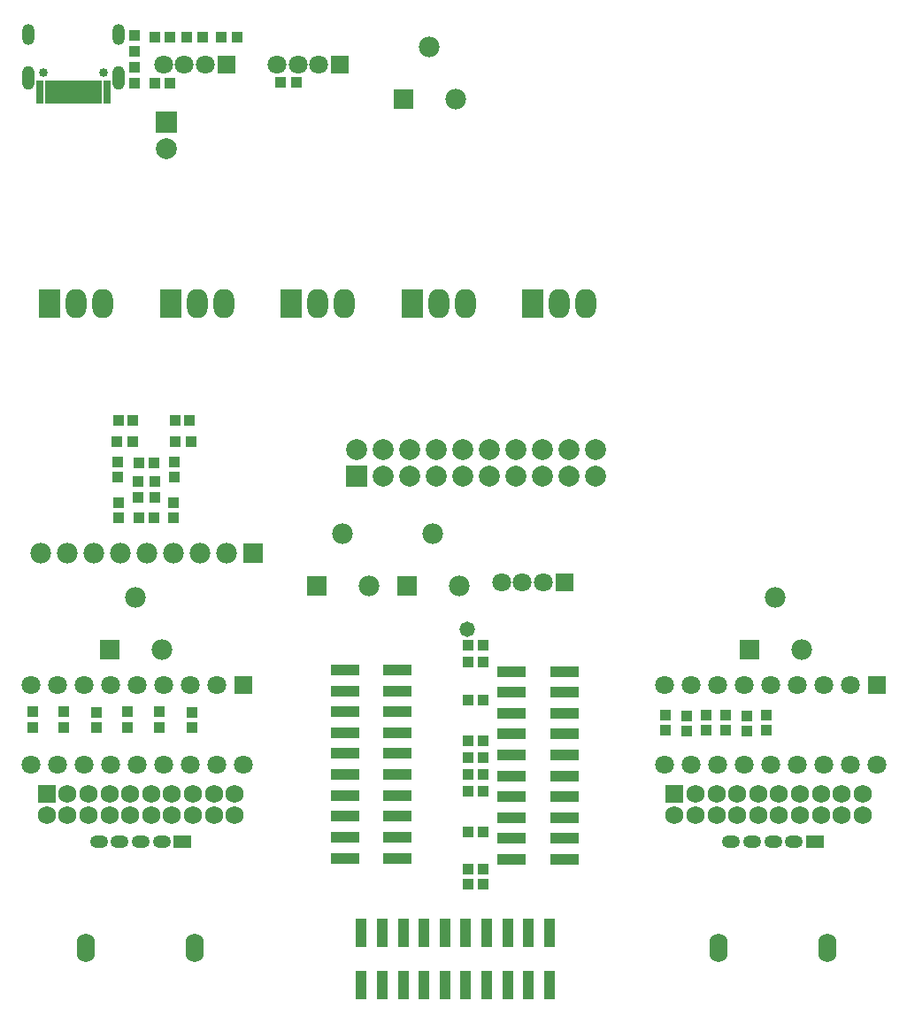
<source format=gbs>
G04*
G04 #@! TF.GenerationSoftware,Altium Limited,Altium Designer,20.2.6 (244)*
G04*
G04 Layer_Color=16711935*
%FSLAX24Y24*%
%MOIN*%
G70*
G04*
G04 #@! TF.SameCoordinates,B6A14326-B2C9-468C-B45E-93355CF85A49*
G04*
G04*
G04 #@! TF.FilePolarity,Negative*
G04*
G01*
G75*
%ADD44R,0.0420X0.0398*%
%ADD47R,0.0395X0.0434*%
%ADD48R,0.0398X0.0420*%
%ADD53R,0.0434X0.0395*%
%ADD67C,0.0789*%
%ADD68R,0.0789X0.0789*%
%ADD69C,0.0780*%
%ADD70R,0.0780X0.0780*%
%ADD71R,0.0789X0.1104*%
%ADD72O,0.0789X0.1104*%
%ADD73O,0.0474X0.0789*%
%ADD74O,0.0474X0.0907*%
%ADD75C,0.0336*%
%ADD76R,0.0680X0.0680*%
%ADD77C,0.0680*%
%ADD78O,0.0680X0.0480*%
%ADD79R,0.0680X0.0480*%
%ADD80O,0.0680X0.1080*%
%ADD81C,0.0710*%
%ADD82R,0.0710X0.0710*%
%ADD83R,0.0710X0.0710*%
%ADD84R,0.0789X0.0789*%
%ADD85C,0.0580*%
%ADD141R,0.0400X0.0400*%
%ADD142R,0.0316X0.0880*%
%ADD143R,0.0198X0.0880*%
%ADD144R,0.1080X0.0430*%
%ADD145R,0.0430X0.1080*%
D44*
X23492Y22853D02*
D03*
Y23447D02*
D03*
X26907Y31503D02*
D03*
Y32097D02*
D03*
X26287Y31503D02*
D03*
Y32097D02*
D03*
X27639Y32258D02*
D03*
Y32851D02*
D03*
X25508Y32258D02*
D03*
Y32851D02*
D03*
X22300Y22853D02*
D03*
Y23447D02*
D03*
X27067D02*
D03*
Y22853D02*
D03*
X25875D02*
D03*
Y23447D02*
D03*
X46150Y23318D02*
D03*
Y22725D02*
D03*
X47670Y23318D02*
D03*
Y22725D02*
D03*
X48430D02*
D03*
Y23318D02*
D03*
X49950D02*
D03*
Y22725D02*
D03*
X26150Y47697D02*
D03*
Y47103D02*
D03*
Y48303D02*
D03*
Y48897D02*
D03*
D47*
X25540Y34400D02*
D03*
X26091D02*
D03*
X27674D02*
D03*
X28226D02*
D03*
X26876Y32800D02*
D03*
X26324D02*
D03*
X26876Y30750D02*
D03*
X26324D02*
D03*
D48*
X28275Y33600D02*
D03*
X27681D02*
D03*
X26090D02*
D03*
X25497D02*
D03*
X27497Y48850D02*
D03*
X26903D02*
D03*
X27497Y47100D02*
D03*
X26903D02*
D03*
X31648Y47150D02*
D03*
X32241D02*
D03*
X38703Y16950D02*
D03*
X39297D02*
D03*
X38703Y25950D02*
D03*
X39297D02*
D03*
X38703Y21082D02*
D03*
X39297D02*
D03*
X38703Y17500D02*
D03*
X39297D02*
D03*
X38703Y18900D02*
D03*
X39297D02*
D03*
X38703Y20450D02*
D03*
X39297D02*
D03*
X38703Y25300D02*
D03*
X39297D02*
D03*
X38703Y23869D02*
D03*
X39297D02*
D03*
X38703Y22350D02*
D03*
X39297D02*
D03*
X38703Y21700D02*
D03*
X39297D02*
D03*
D53*
X27600Y30740D02*
D03*
Y31291D02*
D03*
X25550Y30740D02*
D03*
Y31291D02*
D03*
X24723Y23404D02*
D03*
Y22853D02*
D03*
X28300Y22846D02*
D03*
Y23398D02*
D03*
X46952Y23269D02*
D03*
Y22718D02*
D03*
X49229Y22724D02*
D03*
Y23276D02*
D03*
D67*
X43500Y33300D02*
D03*
Y32300D02*
D03*
X42500Y33300D02*
D03*
Y32300D02*
D03*
X41500Y33300D02*
D03*
Y32300D02*
D03*
X40500Y33300D02*
D03*
Y32300D02*
D03*
X39500Y33300D02*
D03*
Y32300D02*
D03*
X38500Y33300D02*
D03*
Y32300D02*
D03*
X37500Y33300D02*
D03*
Y32300D02*
D03*
X36500Y33300D02*
D03*
Y32300D02*
D03*
X35500Y33300D02*
D03*
Y32300D02*
D03*
X34500Y33300D02*
D03*
X27350Y44650D02*
D03*
D68*
X34500Y32300D02*
D03*
D69*
X33995Y30135D02*
D03*
X34985Y28165D02*
D03*
X29600Y29400D02*
D03*
X28600D02*
D03*
X27600D02*
D03*
X26600D02*
D03*
X25600D02*
D03*
X24600D02*
D03*
X23600D02*
D03*
X22600D02*
D03*
X38385Y28165D02*
D03*
X37395Y30135D02*
D03*
X50295Y27735D02*
D03*
X51285Y25765D02*
D03*
X26195Y27735D02*
D03*
X27185Y25765D02*
D03*
X37245Y48485D02*
D03*
X38235Y46515D02*
D03*
D70*
X33015Y28165D02*
D03*
X30600Y29400D02*
D03*
X36415Y28165D02*
D03*
X49315Y25765D02*
D03*
X25215D02*
D03*
X36265Y46515D02*
D03*
D71*
X22950Y38798D02*
D03*
X41150D02*
D03*
X36600D02*
D03*
X32050D02*
D03*
X27500D02*
D03*
D72*
X24950Y38802D02*
D03*
X23950Y38798D02*
D03*
X43150Y38802D02*
D03*
X42150Y38798D02*
D03*
X38600Y38802D02*
D03*
X37600Y38798D02*
D03*
X34050Y38802D02*
D03*
X33050Y38798D02*
D03*
X29500Y38802D02*
D03*
X28500Y38798D02*
D03*
D73*
X25551Y48939D02*
D03*
X22149D02*
D03*
D74*
X25551Y47305D02*
D03*
X22149D02*
D03*
D75*
X24992Y47498D02*
D03*
X22708Y47502D02*
D03*
D76*
X46495Y20337D02*
D03*
X22838D02*
D03*
D77*
X47282D02*
D03*
X48069D02*
D03*
X48856D02*
D03*
X49643D02*
D03*
X50430D02*
D03*
X51217D02*
D03*
X52004D02*
D03*
X53578D02*
D03*
X52791D02*
D03*
X46495Y19550D02*
D03*
X47282D02*
D03*
X48069D02*
D03*
X48856D02*
D03*
X49643D02*
D03*
X50430D02*
D03*
X51217D02*
D03*
X52004D02*
D03*
X53578D02*
D03*
X52791D02*
D03*
X29135D02*
D03*
X29922D02*
D03*
X28347D02*
D03*
X27561D02*
D03*
X26774D02*
D03*
X25986D02*
D03*
X25199D02*
D03*
X24413D02*
D03*
X23626D02*
D03*
X22838D02*
D03*
X29135Y20337D02*
D03*
X29922D02*
D03*
X28347D02*
D03*
X27561D02*
D03*
X26774D02*
D03*
X25986D02*
D03*
X25199D02*
D03*
X24413D02*
D03*
X23626D02*
D03*
D78*
X49410Y18530D02*
D03*
X50200D02*
D03*
X50990D02*
D03*
X48620D02*
D03*
X24800D02*
D03*
X27170D02*
D03*
X26380D02*
D03*
X25590D02*
D03*
D79*
X51780D02*
D03*
X27960D02*
D03*
D80*
X52250Y14550D02*
D03*
X48150D02*
D03*
X24330D02*
D03*
X28430D02*
D03*
D81*
X52100Y21450D02*
D03*
X51100D02*
D03*
X50100D02*
D03*
X49100D02*
D03*
X48100D02*
D03*
X47100D02*
D03*
X46100D02*
D03*
Y24450D02*
D03*
X53100Y21450D02*
D03*
X54100D02*
D03*
X47100Y24450D02*
D03*
X48100D02*
D03*
X49100D02*
D03*
X50100D02*
D03*
X51100D02*
D03*
X52100D02*
D03*
X53100D02*
D03*
X39969Y28321D02*
D03*
X40756D02*
D03*
X41544D02*
D03*
X28250Y21450D02*
D03*
X27250D02*
D03*
X26250D02*
D03*
X25250D02*
D03*
X24250D02*
D03*
X23250D02*
D03*
X22250D02*
D03*
Y24450D02*
D03*
X29250Y21450D02*
D03*
X30250D02*
D03*
X23250Y24450D02*
D03*
X24250D02*
D03*
X25250D02*
D03*
X26250D02*
D03*
X27250D02*
D03*
X28250D02*
D03*
X29250D02*
D03*
X27238Y47821D02*
D03*
X28025D02*
D03*
X28813D02*
D03*
X31519D02*
D03*
X32306D02*
D03*
X33094D02*
D03*
D82*
X54100Y24450D02*
D03*
X30250D02*
D03*
D83*
X42331Y28317D02*
D03*
X29600Y47817D02*
D03*
X33881D02*
D03*
D84*
X27350Y45650D02*
D03*
D85*
X38697Y26553D02*
D03*
D141*
X28122Y48850D02*
D03*
X28722D02*
D03*
X29400D02*
D03*
X30000D02*
D03*
D142*
X24795Y46761D02*
D03*
X22905D02*
D03*
X25110D02*
D03*
X22590D02*
D03*
D143*
X23948D02*
D03*
X23752D02*
D03*
X24539D02*
D03*
X24342D02*
D03*
X24145D02*
D03*
X23555D02*
D03*
X23358D02*
D03*
X23161D02*
D03*
D144*
X36060Y25006D02*
D03*
Y24220D02*
D03*
Y23433D02*
D03*
Y22645D02*
D03*
Y21858D02*
D03*
Y21072D02*
D03*
Y20285D02*
D03*
Y19497D02*
D03*
Y18711D02*
D03*
Y17924D02*
D03*
X34086Y18711D02*
D03*
Y19497D02*
D03*
Y20285D02*
D03*
Y21072D02*
D03*
Y21858D02*
D03*
Y22645D02*
D03*
Y23433D02*
D03*
Y24220D02*
D03*
Y25006D02*
D03*
Y17924D02*
D03*
X40363Y17874D02*
D03*
Y18661D02*
D03*
Y19447D02*
D03*
Y20234D02*
D03*
Y21021D02*
D03*
Y21809D02*
D03*
Y22596D02*
D03*
Y23382D02*
D03*
Y24169D02*
D03*
Y24957D02*
D03*
X42337Y24169D02*
D03*
Y23382D02*
D03*
Y22596D02*
D03*
Y21809D02*
D03*
Y21021D02*
D03*
Y20234D02*
D03*
Y19447D02*
D03*
Y18661D02*
D03*
Y17874D02*
D03*
Y24957D02*
D03*
D145*
X41776Y13133D02*
D03*
X40989D02*
D03*
X40202D02*
D03*
X39416D02*
D03*
X38628D02*
D03*
X37841D02*
D03*
X37055D02*
D03*
X36267D02*
D03*
X35480D02*
D03*
X34694D02*
D03*
X35480Y15107D02*
D03*
X36267D02*
D03*
X37055D02*
D03*
X37841D02*
D03*
X38628D02*
D03*
X39416D02*
D03*
X40202D02*
D03*
X40989D02*
D03*
X41776D02*
D03*
X34694D02*
D03*
M02*

</source>
